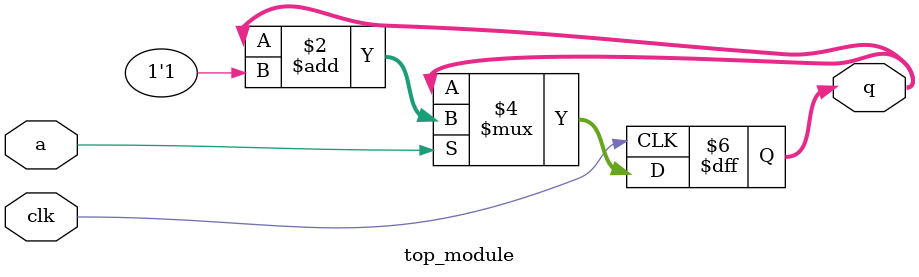
<source format=sv>
module top_module (
	input clk,
	input a, 
	output reg [2:0] q
);
	always @(posedge clk) begin
		if (a)
			q <= q + 1'b1;
		else
			q <= q;
	end
endmodule

</source>
